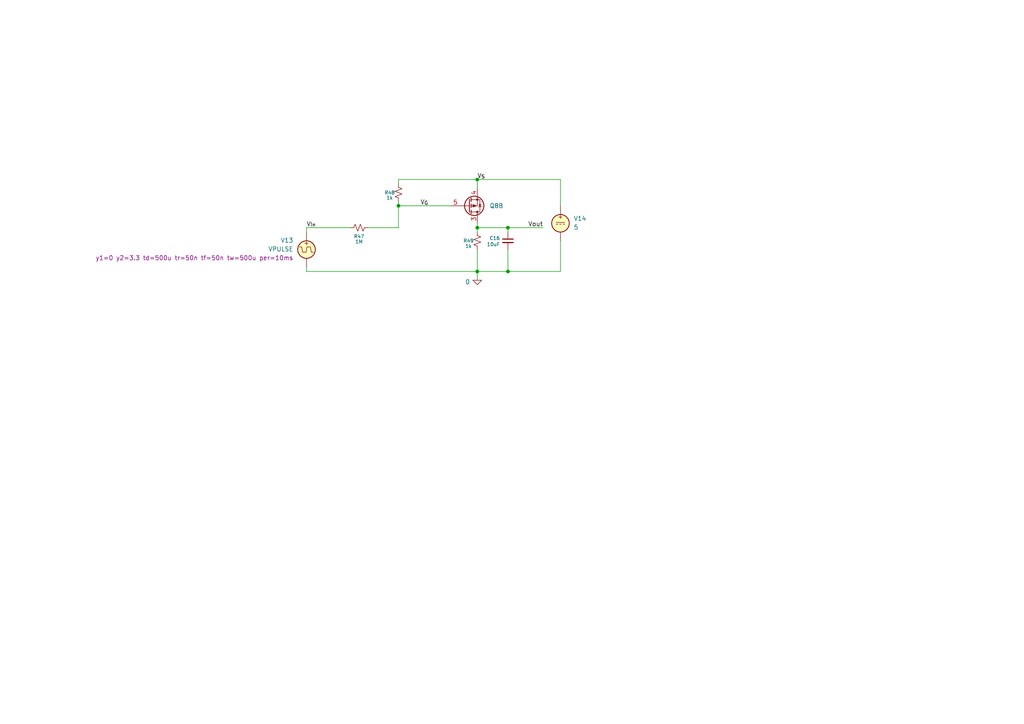
<source format=kicad_sch>
(kicad_sch (version 20250114) (generator "eeschema") (generator_version "9.0")
  (paper "A4")
  (lib_symbols
    (symbol "Device:C_Small" (pin_numbers (hide yes)) (pin_names (offset 0.254) (hide yes))
      (property "Reference" "C" (at 0.254 1.778 0))
      (property "Value" "C_Small" (at 0.254 -2.032 0))
      (symbol "C_Small_0_1"
        (polyline (pts (xy -1.524 0.508) (xy 1.524 0.508)) (stroke (width 0.3048)))
        (polyline (pts (xy -1.524 -0.508) (xy 1.524 -0.508)) (stroke (width 0.3302)))
      )
      (symbol "C_Small_1_1"
        (pin passive line (at 0 2.54 270) (length 2.032) (name "~") (number "1"))
        (pin passive line (at 0 -2.54 90) (length 2.032) (name "~") (number "2"))
      )
    )
    (symbol "Device:R_Small_US" (pin_numbers (hide yes)) (pin_names (offset 0.254) (hide yes))
      (property "Reference" "R" (at 0.762 0.508 0))
      (property "Value" "R_Small_US" (at 0.762 -1.016 0))
      (symbol "R_Small_US_1_1"
        (polyline (pts (xy 0 1.524) (xy 1.016 1.143) (xy 0 0.762) (xy -1.016 0.381) (xy 0 0)))
        (polyline (pts (xy 0 0) (xy 1.016 -0.381) (xy 0 -0.762) (xy -1.016 -1.143) (xy 0 -1.524)))
        (pin passive line (at 0 2.54 270) (length 1.016) (name "~") (number "1"))
        (pin passive line (at 0 -2.54 90) (length 1.016) (name "~") (number "2"))
      )
    )
    (symbol "Simulation_SPICE:0" (power) (pin_numbers (hide yes)) (pin_names (offset 0) (hide yes))
      (property "Value" "0" (at 0 -2.54 0))
      (symbol "0_0_1"
        (polyline (pts (xy -1.27 0) (xy 0 -1.27) (xy 1.27 0) (xy -1.27 0)))
      )
      (symbol "0_1_1"
        (pin power_in line (at 0 0 0) (length 0) (name "~") (number "1"))
      )
    )
    (symbol "Simulation_SPICE:VDC" (pin_numbers (hide yes)) (pin_names (offset 0.0254))
      (property "Reference" "V" (at 2.54 2.54 0))
      (property "Value" "1" (at 2.54 0 0))
      (symbol "VDC_0_0"
        (polyline (pts (xy -1.27 0.254) (xy 1.27 0.254)))
        (polyline (pts (xy -0.762 -0.254) (xy -1.27 -0.254)))
        (polyline (pts (xy 0.254 -0.254) (xy -0.254 -0.254)))
        (polyline (pts (xy 1.27 -0.254) (xy 0.762 -0.254)))
        (text "+" (at 0 1.905 0) (effects (font (size 1.27 1.27))))
      )
      (symbol "VDC_0_1"
        (circle (center 0 0) (radius 2.54) (stroke (width 0.254)) (fill (type background)))
      )
      (symbol "VDC_1_1"
        (pin passive line (at 0 5.08 270) (length 2.54) (name "~") (number "1"))
        (pin passive line (at 0 -5.08 90) (length 2.54) (name "~") (number "2"))
      )
    )
    (symbol "Simulation_SPICE:VPULSE" (pin_numbers (hide yes)) (pin_names (offset 0.0254))
      (property "Reference" "V" (at 2.54 2.54 0))
      (property "Value" "VPULSE" (at 2.54 0 0))
      (property "Sim.Params" "y1=0 y2=1 td=2n tr=2n tf=2n tw=50n per=100n" (at 2.54 -2.54 0))
      (symbol "VPULSE_0_0"
        (polyline (pts (xy -2.032 -0.762) (xy -1.397 -0.762) (xy -1.143 0.762) (xy -0.127 0.762) (xy 0.127 -0.762) (xy 1.143 -0.762) (xy 1.397 0.762) (xy 2.032 0.762)))
        (text "+" (at 0 1.905 0) (effects (font (size 1.27 1.27))))
      )
      (symbol "VPULSE_0_1"
        (circle (center 0 0) (radius 2.54) (stroke (width 0.254)) (fill (type background)))
      )
      (symbol "VPULSE_1_1"
        (pin passive line (at 0 5.08 270) (length 2.54) (name "~") (number "1"))
        (pin passive line (at 0 -5.08 90) (length 2.54) (name "~") (number "2"))
      )
    )
    (symbol "Transistor_FET:Q_Dual_PMOS_S1G1D2S2G2D1" (pin_names (offset 0) (hide yes))
      (property "Reference" "Q" (at 5.08 1.905 0))
      (property "Value" "Q_Dual_PMOS_S1G1D2S2G2D1" (at 5.08 0 0))
      (symbol "Q_Dual_PMOS_S1G1D2S2G2D1_0_1"
        (polyline (pts (xy 0.254 1.905) (xy 0.254 -1.905)) (stroke (width 0.254)))
        (polyline (pts (xy 0.254 0) (xy -2.54 0)))
        (polyline (pts (xy 0.762 2.286) (xy 0.762 1.27)) (stroke (width 0.254)))
        (polyline (pts (xy 0.762 1.778) (xy 3.302 1.778) (xy 3.302 -1.778) (xy 0.762 -1.778)))
        (polyline (pts (xy 0.762 0.508) (xy 0.762 -0.508)) (stroke (width 0.254)))
        (polyline (pts (xy 0.762 -1.27) (xy 0.762 -2.286)) (stroke (width 0.254)))
        (circle (center 1.651 0) (radius 2.794) (stroke (width 0.254)))
        (polyline (pts (xy 2.286 0) (xy 1.27 0.381) (xy 1.27 -0.381) (xy 2.286 0)) (fill (type outline)))
        (polyline (pts (xy 2.54 2.54) (xy 2.54 1.778)))
        (circle (center 2.54 1.778) (radius 0.254) (fill (type outline)))
        (circle (center 2.54 -1.778) (radius 0.254) (fill (type outline)))
        (polyline (pts (xy 2.54 -2.54) (xy 2.54 0) (xy 0.762 0)))
        (polyline (pts (xy 2.921 -0.381) (xy 3.683 -0.381)))
        (polyline (pts (xy 3.302 -0.381) (xy 2.921 0.254) (xy 3.683 0.254) (xy 3.302 -0.381)))
      )
      (symbol "Q_Dual_PMOS_S1G1D2S2G2D1_1_1"
        (pin input line (at -5.08 0 0) (length 2.54) (name "G") (number "2"))
        (pin passive line (at 2.54 5.08 270) (length 2.54) (name "D") (number "6"))
        (pin passive line (at 2.54 -5.08 90) (length 2.54) (name "S") (number "1"))
      )
      (symbol "Q_Dual_PMOS_S1G1D2S2G2D1_2_1"
        (pin input line (at -5.08 0 0) (length 2.54) (name "G") (number "5"))
        (pin passive line (at 2.54 5.08 270) (length 2.54) (name "D") (number "3"))
        (pin passive line (at 2.54 -5.08 90) (length 2.54) (name "S") (number "4"))
      )
    )
  )
  (junction (at 115.57 59.69))
  (junction (at 147.32 66.04))
  (junction (at 147.32 78.74))
  (junction (at 138.43 66.04))
  (junction (at 138.43 78.74))
  (junction (at 138.43 52.07))
  (wire (pts (xy 106.68 66.04) (xy 115.57 66.04)))
  (wire (pts (xy 115.57 59.69) (xy 130.81 59.69)))
  (wire (pts (xy 115.57 66.04) (xy 115.57 59.69)))
  (wire (pts (xy 115.57 52.07) (xy 138.43 52.07)))
  (wire (pts (xy 138.43 78.74) (xy 147.32 78.74)))
  (wire (pts (xy 88.9 77.47) (xy 88.9 78.74)))
  (wire (pts (xy 88.9 78.74) (xy 138.43 78.74)))
  (wire (pts (xy 138.43 64.77) (xy 138.43 66.04)))
  (wire (pts (xy 138.43 78.74) (xy 138.43 81.28)))
  (wire (pts (xy 88.9 66.04) (xy 101.6 66.04)))
  (wire (pts (xy 138.43 66.04) (xy 147.32 66.04)))
  (wire (pts (xy 115.57 53.34) (xy 115.57 52.07)))
  (wire (pts (xy 138.43 52.07) (xy 138.43 54.61)))
  (wire (pts (xy 147.32 72.39) (xy 147.32 78.74)))
  (wire (pts (xy 162.56 52.07) (xy 162.56 59.69)))
  (wire (pts (xy 115.57 58.42) (xy 115.57 59.69)))
  (wire (pts (xy 147.32 66.04) (xy 147.32 67.31)))
  (wire (pts (xy 147.32 78.74) (xy 162.56 78.74)))
  (wire (pts (xy 147.32 66.04) (xy 157.48 66.04)))
  (wire (pts (xy 138.43 72.39) (xy 138.43 78.74)))
  (wire (pts (xy 88.9 67.31) (xy 88.9 66.04)))
  (wire (pts (xy 162.56 69.85) (xy 162.56 78.74)))
  (wire (pts (xy 138.43 66.04) (xy 138.43 67.31)))
  (wire (pts (xy 162.56 52.07) (xy 138.43 52.07)))
  (label "V_{S}" (at 138.43 52.07 0))
  (label "V_{G}" (at 121.92 59.69 0))
  (label "Vout" (at 157.48 66.04 180))
  (label "V_{in}" (at 88.9 66.04 0))
  (symbol (lib_id "Device:R_Small_US") (at 104.14 66.04 90) (unit 1)
    (property "Reference" "R47" (at 104.14 68.58 90) (effects (font (size 1 1))))
    (property "Value" "1M" (at 104.14 70.104 90) (effects (font (size 1 1))))
    (property "Footprint" "Resistor_SMD:R_0402_1005Metric" (effects (hide yes)))
    (property "Description" "Resistor, small US symbol" (effects (hide yes)))
    (property "LCSC" "C38941" (effects (hide yes)))
  )
  (symbol (lib_id "Simulation_SPICE:VDC") (at 162.56 64.77 0) (unit 1)
    (property "Reference" "V14" (at 166.37 63.3701 0) (effects (justify left)))
    (property "Value" "5" (at 166.37 65.9101 0) (effects (justify left)))
    (property "Datasheet" "https://ngspice.sourceforge.io/docs/ngspice-html-manual/manual.xhtml#sec_Independent_Sources_for" (effects (hide yes)))
    (property "Description" "Voltage source, DC" (effects (hide yes)))
    (property "Sim.Pins" "1=+ 2=-" (effects (hide yes)))
    (property "Sim.Type" "DC" (effects (hide yes)))
    (property "Sim.Device" "V" (effects (hide yes)))
  )
  (symbol (lib_id "Device:R_Small_US") (at 138.43 69.85 0) (unit 1)
    (property "Reference" "R49" (at 135.89 69.85 0) (effects (font (size 1 1))))
    (property "Value" "1k" (at 135.89 71.374 0) (effects (font (size 1 1))))
    (property "Footprint" "Resistor_SMD:R_0402_1005Metric" (effects (hide yes)))
    (property "Description" "Resistor, small US symbol" (effects (hide yes)))
    (property "LCSC" "C38941" (effects (hide yes)))
  )
  (symbol (lib_id "Simulation_SPICE:VPULSE") (at 88.9 72.39 0) (mirror y) (unit 1)
    (property "Reference" "V13" (at 85.09 69.7201 0) (effects (justify left)))
    (property "Value" "VPULSE" (at 85.09 72.2601 0) (effects (justify left)))
    (property "Datasheet" "https://ngspice.sourceforge.io/docs/ngspice-html-manual/manual.xhtml#sec_Independent_Sources_for" (effects (hide yes)))
    (property "Description" "Voltage source, pulse" (effects (hide yes)))
    (property "Sim.Pins" "1=+ 2=-" (effects (hide yes)))
    (property "Sim.Type" "PULSE" (effects (hide yes)))
    (property "Sim.Device" "V" (effects (hide yes)))
    (property "Sim.Params" "y1=0 y2=3.3 td=500u tr=50n tf=50n tw=500u per=10ms" (at 85.09 74.8001 0) (effects (justify left)))
  )
  (symbol (lib_id "Device:R_Small_US") (at 115.57 55.88 0) (unit 1)
    (property "Reference" "R48" (at 113.03 55.88 0) (effects (font (size 1 1))))
    (property "Value" "1k" (at 113.03 57.404 0) (effects (font (size 1 1))))
    (property "Footprint" "Resistor_SMD:R_0402_1005Metric" (effects (hide yes)))
    (property "Description" "Resistor, small US symbol" (effects (hide yes)))
    (property "LCSC" "C38941" (effects (hide yes)))
  )
  (symbol (lib_id "Transistor_FET:Q_Dual_PMOS_S1G1D2S2G2D1") (at 135.89 59.69 0) (mirror x) (unit 2)
    (property "Reference" "Q8" (at 141.986 59.69 0) (effects (justify left)))
    (property "Value" "PMDPB30XN" (effects (hide yes)))
    (property "Description" "Dual PMOS transistor, 6 pin package" (effects (hide yes)))
    (property "Sim.Device" "PMOS" (effects (hide yes)))
    (property "Sim.Type" "VDMOS" (effects (hide yes)))
    (property "Sim.Pins" "3=D 4=S 5=G" (effects (hide yes)))
    (property "Sim.Params" "vto=-1.0" (effects (hide yes)))
  )
  (symbol (lib_id "Simulation_SPICE:0") (at 138.43 81.28 0) (unit 1)
    (property "Reference" "#GND07" (effects (hide yes)))
    (property "Value" "0" (at 135.636 81.788 0))
    (property "Datasheet" "https://ngspice.sourceforge.io/docs/ngspice-html-manual/manual.xhtml#subsec_Circuit_elements__device" (effects (hide yes)))
    (property "Description" "0V reference potential for simulation" (effects (hide yes)))
  )
  (symbol (lib_id "Device:C_Small") (at 147.32 69.85 0) (unit 1)
    (property "Reference" "C16" (at 145.034 69.088 0) (effects (font (size 1 1)) (justify right)))
    (property "Value" "10uF" (at 145.034 70.866 0) (effects (font (size 1 1)) (justify right)))
    (property "Footprint" "Capacitor_SMD:C_0402_1005Metric" (effects (hide yes)))
    (property "LCSC" "C77000" (effects (hide yes)))
  )
)
</source>
